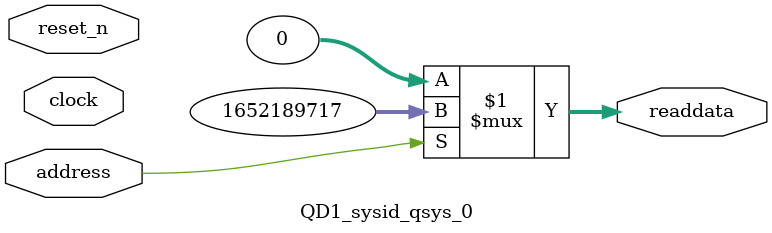
<source format=v>



// synthesis translate_off
`timescale 1ns / 1ps
// synthesis translate_on

// turn off superfluous verilog processor warnings 
// altera message_level Level1 
// altera message_off 10034 10035 10036 10037 10230 10240 10030 

module QD1_sysid_qsys_0 (
               // inputs:
                address,
                clock,
                reset_n,

               // outputs:
                readdata
             )
;

  output  [ 31: 0] readdata;
  input            address;
  input            clock;
  input            reset_n;

  wire    [ 31: 0] readdata;
  //control_slave, which is an e_avalon_slave
  assign readdata = address ? 1652189717 : 0;

endmodule




</source>
